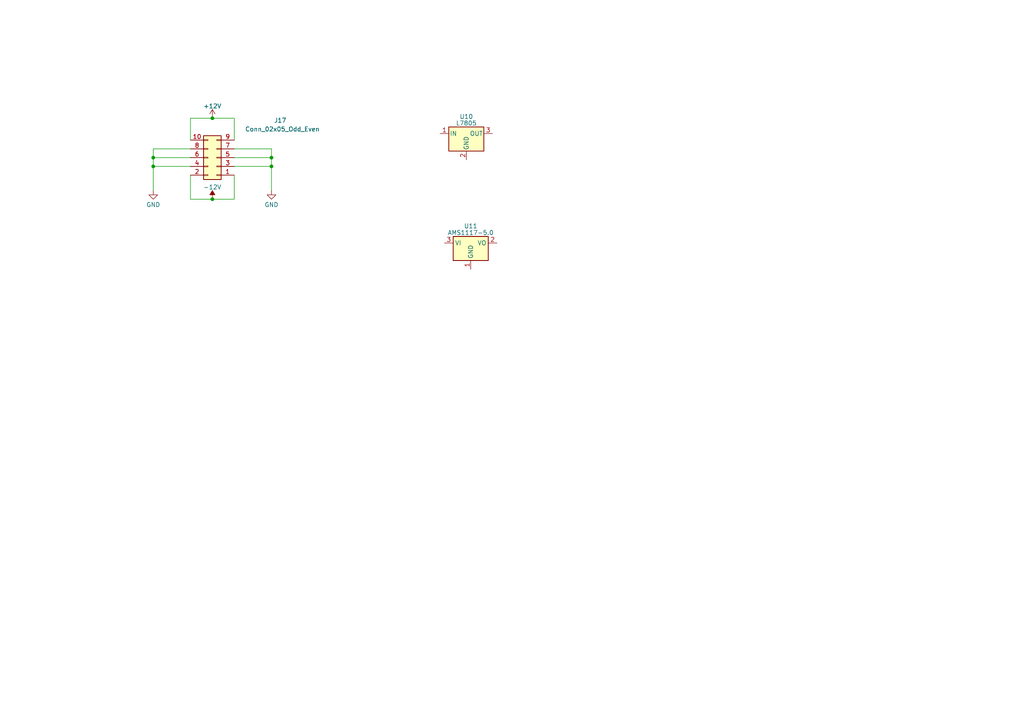
<source format=kicad_sch>
(kicad_sch (version 20230121) (generator eeschema)
  (paper "A4")
  (lib_symbols
    (symbol "Connector_Generic:Conn_02x05_Odd_Even" (pin_names (offset 1.016) hide)
      (property "Reference" "J" (at 1.27 7.62 0))
      (property "Value" "Conn_02x05_Odd_Even" (at 1.27 -7.62 0))
      (symbol "Conn_02x05_Odd_Even_1_1"
        (rectangle (start -1.27 -4.953) (end 0 -5.207) (stroke (width 0.1524)))
        (rectangle (start -1.27 -2.413) (end 0 -2.667) (stroke (width 0.1524)))
        (rectangle (start -1.27 0.127) (end 0 -0.127) (stroke (width 0.1524)))
        (rectangle (start -1.27 2.667) (end 0 2.413) (stroke (width 0.1524)))
        (rectangle (start -1.27 5.207) (end 0 4.953) (stroke (width 0.1524)))
        (rectangle (start -1.27 6.35) (end 3.81 -6.35) (stroke (width 0.254)) (fill (type background)))
        (rectangle (start 3.81 -4.953) (end 2.54 -5.207) (stroke (width 0.1524)))
        (rectangle (start 3.81 -2.413) (end 2.54 -2.667) (stroke (width 0.1524)))
        (rectangle (start 3.81 0.127) (end 2.54 -0.127) (stroke (width 0.1524)))
        (rectangle (start 3.81 2.667) (end 2.54 2.413) (stroke (width 0.1524)))
        (rectangle (start 3.81 5.207) (end 2.54 4.953) (stroke (width 0.1524)))
        (pin passive line (at -5.08 5.08 0) (length 3.81) (name "Pin_1") (number "1"))
        (pin passive line (at 7.62 -5.08 180) (length 3.81) (name "Pin_10") (number "10"))
        (pin passive line (at 7.62 5.08 180) (length 3.81) (name "Pin_2") (number "2"))
        (pin passive line (at -5.08 2.54 0) (length 3.81) (name "Pin_3") (number "3"))
        (pin passive line (at 7.62 2.54 180) (length 3.81) (name "Pin_4") (number "4"))
        (pin passive line (at -5.08 0 0) (length 3.81) (name "Pin_5") (number "5"))
        (pin passive line (at 7.62 0 180) (length 3.81) (name "Pin_6") (number "6"))
        (pin passive line (at -5.08 -2.54 0) (length 3.81) (name "Pin_7") (number "7"))
        (pin passive line (at 7.62 -2.54 180) (length 3.81) (name "Pin_8") (number "8"))
        (pin passive line (at -5.08 -5.08 0) (length 3.81) (name "Pin_9") (number "9"))
      )
    )
    (symbol "Regulator_Linear:AMS1117-5.0"
      (property "Reference" "U" (at -3.81 3.175 0))
      (property "Value" "AMS1117-5.0" (at 0 3.175 0))
      (symbol "AMS1117-5.0_0_1"
        (rectangle (start -5.08 -5.08) (end 5.08 1.905) (stroke (width 0.254)) (fill (type background)))
      )
      (symbol "AMS1117-5.0_1_1"
        (pin power_in line (at 0 -7.62 90) (length 2.54) (name "GND") (number "1"))
        (pin power_out line (at 7.62 0 180) (length 2.54) (name "VO") (number "2"))
        (pin power_in line (at -7.62 0 0) (length 2.54) (name "VI") (number "3"))
      )
    )
    (symbol "Regulator_Linear:L7805" (pin_names (offset 0.254))
      (property "Reference" "U" (at -3.81 3.175 0))
      (property "Value" "L7805" (at 0 3.175 0))
      (symbol "L7805_0_1"
        (rectangle (start -5.08 1.905) (end 5.08 -5.08) (stroke (width 0.254)) (fill (type background)))
      )
      (symbol "L7805_1_1"
        (pin power_in line (at -7.62 0 0) (length 2.54) (name "IN") (number "1"))
        (pin power_in line (at 0 -7.62 90) (length 2.54) (name "GND") (number "2"))
        (pin power_out line (at 7.62 0 180) (length 2.54) (name "OUT") (number "3"))
      )
    )
    (symbol "power:+12V" (power) (pin_names (offset 0))
      (property "Value" "+12V" (at 0 3.556 0))
      (symbol "+12V_0_1"
        (polyline (pts (xy -0.762 1.27) (xy 0 2.54)))
        (polyline (pts (xy 0 0) (xy 0 2.54)))
        (polyline (pts (xy 0 2.54) (xy 0.762 1.27)))
      )
      (symbol "+12V_1_1"
        (pin power_in line (at 0 0 90) (length 0) hide (name "+12V") (number "1"))
      )
    )
    (symbol "power:-12V" (power) (pin_names (offset 0))
      (property "Value" "-12V" (at 0 3.81 0))
      (symbol "-12V_0_0"
        (pin power_in line (at 0 0 90) (length 0) hide (name "-12V") (number "1"))
      )
      (symbol "-12V_0_1"
        (polyline (pts (xy 0 0) (xy 0 1.27) (xy 0.762 1.27) (xy 0 2.54) (xy -0.762 1.27) (xy 0 1.27)) (fill (type outline)))
      )
    )
    (symbol "power:GND" (power) (pin_names (offset 0))
      (property "Value" "GND" (at 0 -3.81 0))
      (symbol "GND_0_1"
        (polyline (pts (xy 0 0) (xy 0 -1.27) (xy 1.27 -1.27) (xy 0 -2.54) (xy -1.27 -1.27) (xy 0 -1.27)))
      )
      (symbol "GND_1_1"
        (pin power_in line (at 0 0 270) (length 0) hide (name "GND") (number "1"))
      )
    )
  )
  (junction (at 44.45 45.72))
  (junction (at 78.74 45.72))
  (junction (at 61.595 57.785))
  (junction (at 78.74 48.26))
  (junction (at 61.595 34.29))
  (junction (at 44.45 48.26))
  (wire (pts (xy 55.245 50.8) (xy 55.245 57.785)))
  (wire (pts (xy 67.945 57.785) (xy 67.945 50.8)))
  (wire (pts (xy 67.945 45.72) (xy 78.74 45.72)))
  (wire (pts (xy 44.45 43.18) (xy 44.45 45.72)))
  (wire (pts (xy 44.45 48.26) (xy 44.45 55.245)))
  (wire (pts (xy 61.595 57.785) (xy 67.945 57.785)))
  (wire (pts (xy 61.595 34.29) (xy 67.945 34.29)))
  (wire (pts (xy 55.245 43.18) (xy 44.45 43.18)))
  (wire (pts (xy 78.74 45.72) (xy 78.74 48.26)))
  (wire (pts (xy 55.245 40.64) (xy 55.245 34.29)))
  (wire (pts (xy 78.74 48.26) (xy 78.74 55.245)))
  (wire (pts (xy 78.74 43.18) (xy 78.74 45.72)))
  (wire (pts (xy 44.45 45.72) (xy 44.45 48.26)))
  (wire (pts (xy 67.945 48.26) (xy 78.74 48.26)))
  (wire (pts (xy 55.245 45.72) (xy 44.45 45.72)))
  (wire (pts (xy 55.245 57.785) (xy 61.595 57.785)))
  (wire (pts (xy 67.945 43.18) (xy 78.74 43.18)))
  (wire (pts (xy 55.245 48.26) (xy 44.45 48.26)))
  (wire (pts (xy 67.945 34.29) (xy 67.945 40.64)))
  (wire (pts (xy 55.245 34.29) (xy 61.595 34.29)))
  (symbol (lib_id "power:GND") (at 44.45 55.245 0) (mirror y) (unit 1)
    (property "Reference" "#PWR051" (effects hide))
    (property "Value" "GND" (at 44.45 59.3805 0))
  )
  (symbol (lib_id "Connector_Generic:Conn_02x05_Odd_Even") (at 62.865 45.72 180) (unit 1)
    (property "Reference" "J17" (at 81.28 34.925 0))
    (property "Value" "Conn_02x05_Odd_Even" (at 81.915 37.465 0))
  )
  (symbol (lib_id "power:GND") (at 78.74 55.245 0) (unit 1)
    (property "Reference" "#PWR048" (effects hide))
    (property "Value" "GND" (at 78.74 59.3805 0))
  )
  (symbol (lib_id "power:+12V") (at 61.595 34.29 0) (unit 1)
    (property "Reference" "#PWR049" (effects hide))
    (property "Value" "+12V" (at 61.595 30.7881 0))
  )
  (symbol (lib_id "Regulator_Linear:L7805") (at 135.255 38.735 0) (unit 1)
    (property "Reference" "U10" (at 135.255 33.8201 0))
    (property "Value" "L7805" (at 135.255 35.7411 0))
    (property "Datasheet" "http://www.st.com/content/ccc/resource/technical/document/datasheet/41/4f/b3/b0/12/d4/47/88/CD00000444.pdf/files/CD00000444.pdf/jcr:content/translations/en.CD00000444.pdf" (effects hide))
  )
  (symbol (lib_id "Regulator_Linear:AMS1117-5.0") (at 136.525 70.485 0) (unit 1)
    (property "Reference" "U11" (at 136.525 65.5701 0))
    (property "Value" "AMS1117-5.0" (at 136.525 67.4911 0))
    (property "Footprint" "Package_TO_SOT_SMD:SOT-223-3_TabPin2" (effects hide))
    (property "Datasheet" "http://www.advanced-monolithic.com/pdf/ds1117.pdf" (effects hide))
  )
  (symbol (lib_id "power:-12V") (at 61.595 57.785 0) (unit 1)
    (property "Reference" "#PWR050" (effects hide))
    (property "Value" "-12V" (at 61.595 54.2831 0))
  )
)
</source>
